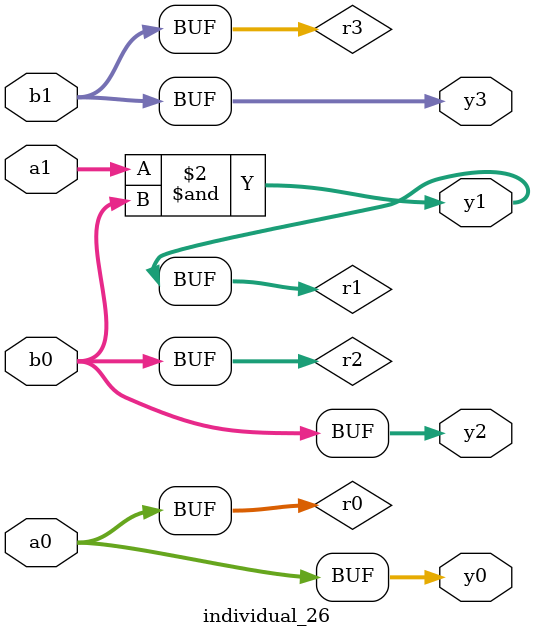
<source format=sv>
module individual_26(input logic [15:0] a1, input logic [15:0] a0, input logic [15:0] b1, input logic [15:0] b0, output logic [15:0] y3, output logic [15:0] y2, output logic [15:0] y1, output logic [15:0] y0);
logic [15:0] r0, r1, r2, r3; 
 always@(*) begin 
	 r0 = a0; r1 = a1; r2 = b0; r3 = b1; 
 	 r1  &=  r2 ;
 	 y3 = r3; y2 = r2; y1 = r1; y0 = r0; 
end
endmodule
</source>
